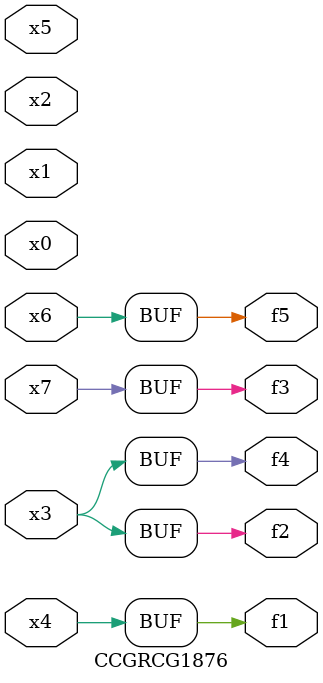
<source format=v>
module CCGRCG1876(
	input x0, x1, x2, x3, x4, x5, x6, x7,
	output f1, f2, f3, f4, f5
);
	assign f1 = x4;
	assign f2 = x3;
	assign f3 = x7;
	assign f4 = x3;
	assign f5 = x6;
endmodule

</source>
